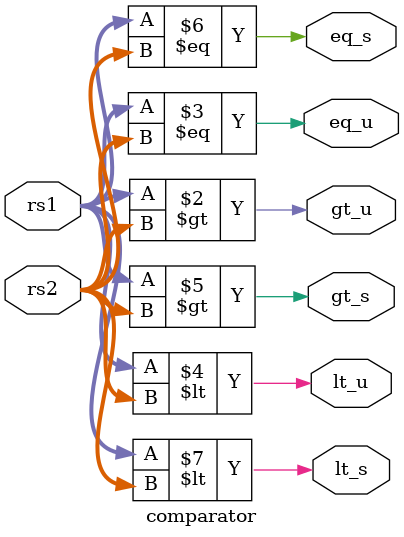
<source format=sv>


// This program is distributed in the hope that it will be useful, but
// WITHOUT ANY WARRANTY; without even the implied warranty of
// MERCHANTABILITY or FITNESS FOR A PARTICULAR PURPOSE. See the GNU
// General Public License for more details.

// You should have received a copy of the GNU General Public License
// along with this program. If not, see <http://www.gnu.org/licenses/>.

`timescale 1ns / 1ps

module comparator(
    input logic [31:0] rs1,
    input logic [31:0] rs2,
    output logic gt_u, eq_u, lt_u, gt_s, eq_s, lt_s
);
    always_comb begin
        gt_u = rs1 > rs2;
        eq_u = rs1 == rs2;
        lt_u = rs1 < rs2;
        gt_s = $signed(rs1) > $signed(rs2);
        eq_s = $signed(rs1) == $signed(rs2);
        lt_s = $signed(rs1) < $signed(rs2);
    end
endmodule

</source>
